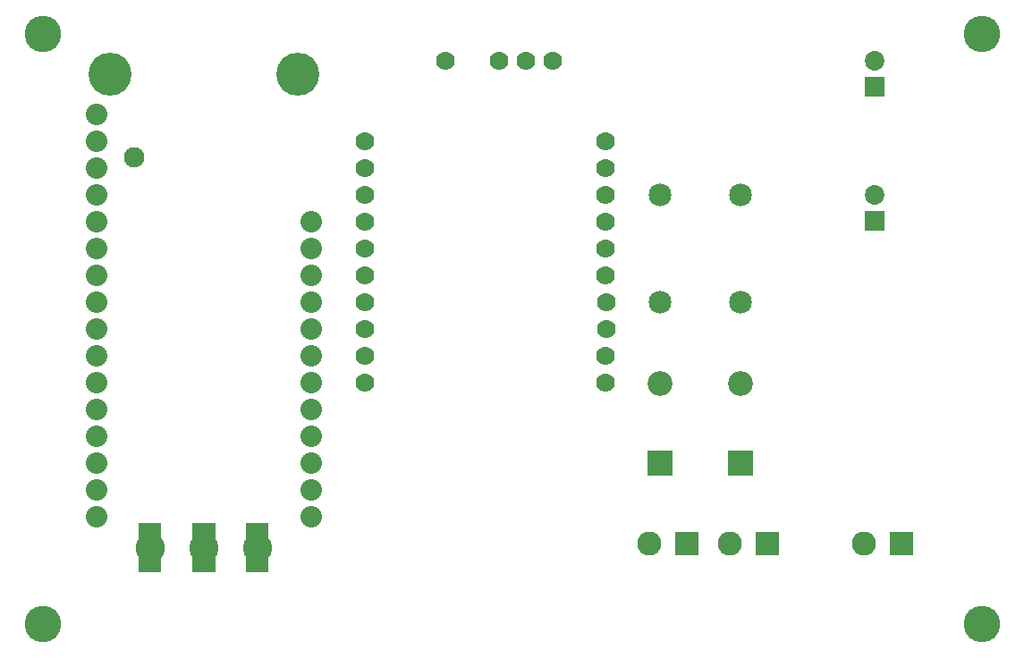
<source format=gbs>
G04 MADE WITH FRITZING*
G04 WWW.FRITZING.ORG*
G04 DOUBLE SIDED*
G04 HOLES PLATED*
G04 CONTOUR ON CENTER OF CONTOUR VECTOR*
%ASAXBY*%
%FSLAX23Y23*%
%MOIN*%
%OFA0B0*%
%SFA1.0B1.0*%
%ADD10C,0.092000*%
%ADD11C,0.072992*%
%ADD12C,0.090000*%
%ADD13C,0.070000*%
%ADD14C,0.085000*%
%ADD15C,0.080000*%
%ADD16C,0.108425*%
%ADD17C,0.160000*%
%ADD18C,0.110000*%
%ADD19C,0.076000*%
%ADD20C,0.135984*%
%ADD21R,0.092000X0.092000*%
%ADD22R,0.072992X0.072992*%
%ADD23R,0.090000X0.090000*%
%ADD24R,0.001000X0.001000*%
%LNMASK0*%
G90*
G70*
G54D10*
X2723Y701D03*
X2723Y999D03*
X2423Y701D03*
X2423Y999D03*
G54D11*
X3223Y2103D03*
X3223Y2201D03*
X3223Y1603D03*
X3223Y1701D03*
G54D12*
X3323Y401D03*
X3185Y401D03*
X2523Y401D03*
X2385Y401D03*
X2823Y401D03*
X2685Y401D03*
G54D13*
X1323Y1001D03*
X1323Y1101D03*
X1323Y1201D03*
X1323Y1301D03*
X1323Y1401D03*
X1323Y1501D03*
X1323Y1601D03*
X1323Y1701D03*
X1323Y1801D03*
X1323Y1901D03*
X2222Y1001D03*
X2222Y1101D03*
X2223Y1201D03*
X2223Y1301D03*
X2222Y1401D03*
X2222Y1501D03*
X2222Y1601D03*
X2222Y1701D03*
X2222Y1801D03*
X2222Y1901D03*
X1623Y2201D03*
X1823Y2201D03*
X1923Y2201D03*
X2023Y2201D03*
G54D14*
X2723Y1301D03*
X2723Y1701D03*
X2423Y1301D03*
X2423Y1701D03*
G54D15*
X1123Y1401D03*
G54D16*
X923Y386D03*
G54D17*
X373Y2151D03*
G54D16*
X725Y386D03*
G54D18*
X523Y386D03*
G54D19*
X463Y1841D03*
G54D15*
X1123Y1201D03*
X323Y2001D03*
X1123Y1601D03*
X323Y1901D03*
X323Y1801D03*
X323Y1701D03*
X323Y1601D03*
X323Y1501D03*
X323Y1401D03*
X1123Y1101D03*
X323Y1301D03*
X1123Y1301D03*
X323Y1201D03*
X1123Y1501D03*
X323Y1101D03*
G54D17*
X1073Y2151D03*
G54D15*
X323Y1001D03*
X323Y901D03*
X323Y801D03*
X323Y701D03*
X323Y601D03*
X323Y501D03*
X1123Y501D03*
X1123Y601D03*
X1123Y701D03*
X1123Y801D03*
X1123Y901D03*
X1123Y1001D03*
G54D20*
X3623Y2301D03*
X3623Y101D03*
X123Y2301D03*
X123Y101D03*
G54D21*
X2723Y700D03*
X2423Y700D03*
G54D22*
X3223Y2103D03*
X3223Y1603D03*
G54D23*
X3323Y401D03*
X2523Y401D03*
X2823Y401D03*
G54D24*
X480Y478D02*
X564Y478D01*
X480Y477D02*
X564Y477D01*
X682Y477D02*
X766Y477D01*
X880Y477D02*
X964Y477D01*
X480Y476D02*
X564Y476D01*
X682Y476D02*
X766Y476D01*
X880Y476D02*
X964Y476D01*
X480Y475D02*
X564Y475D01*
X682Y475D02*
X766Y475D01*
X880Y475D02*
X964Y475D01*
X480Y474D02*
X564Y474D01*
X682Y474D02*
X766Y474D01*
X880Y474D02*
X964Y474D01*
X480Y473D02*
X564Y473D01*
X682Y473D02*
X766Y473D01*
X880Y473D02*
X964Y473D01*
X480Y472D02*
X564Y472D01*
X682Y472D02*
X766Y472D01*
X880Y472D02*
X964Y472D01*
X480Y471D02*
X564Y471D01*
X682Y471D02*
X766Y471D01*
X880Y471D02*
X964Y471D01*
X480Y470D02*
X564Y470D01*
X682Y470D02*
X766Y470D01*
X880Y470D02*
X964Y470D01*
X480Y469D02*
X564Y469D01*
X682Y469D02*
X766Y469D01*
X880Y469D02*
X964Y469D01*
X480Y468D02*
X564Y468D01*
X682Y468D02*
X766Y468D01*
X880Y468D02*
X964Y468D01*
X480Y467D02*
X564Y467D01*
X682Y467D02*
X766Y467D01*
X880Y467D02*
X964Y467D01*
X480Y466D02*
X564Y466D01*
X682Y466D02*
X766Y466D01*
X880Y466D02*
X964Y466D01*
X480Y465D02*
X564Y465D01*
X682Y465D02*
X766Y465D01*
X880Y465D02*
X964Y465D01*
X480Y464D02*
X564Y464D01*
X682Y464D02*
X766Y464D01*
X880Y464D02*
X964Y464D01*
X480Y463D02*
X564Y463D01*
X682Y463D02*
X766Y463D01*
X880Y463D02*
X964Y463D01*
X480Y462D02*
X564Y462D01*
X682Y462D02*
X766Y462D01*
X880Y462D02*
X964Y462D01*
X480Y461D02*
X564Y461D01*
X682Y461D02*
X766Y461D01*
X880Y461D02*
X964Y461D01*
X480Y460D02*
X564Y460D01*
X682Y460D02*
X766Y460D01*
X880Y460D02*
X964Y460D01*
X480Y459D02*
X564Y459D01*
X682Y459D02*
X766Y459D01*
X880Y459D02*
X964Y459D01*
X480Y458D02*
X564Y458D01*
X682Y458D02*
X766Y458D01*
X880Y458D02*
X964Y458D01*
X480Y457D02*
X564Y457D01*
X682Y457D02*
X766Y457D01*
X880Y457D02*
X964Y457D01*
X480Y456D02*
X564Y456D01*
X682Y456D02*
X766Y456D01*
X880Y456D02*
X964Y456D01*
X480Y455D02*
X564Y455D01*
X682Y455D02*
X766Y455D01*
X880Y455D02*
X964Y455D01*
X480Y454D02*
X564Y454D01*
X682Y454D02*
X766Y454D01*
X880Y454D02*
X964Y454D01*
X480Y453D02*
X564Y453D01*
X682Y453D02*
X766Y453D01*
X880Y453D02*
X964Y453D01*
X480Y452D02*
X564Y452D01*
X682Y452D02*
X766Y452D01*
X880Y452D02*
X964Y452D01*
X480Y451D02*
X564Y451D01*
X682Y451D02*
X766Y451D01*
X880Y451D02*
X964Y451D01*
X480Y450D02*
X564Y450D01*
X682Y450D02*
X766Y450D01*
X880Y450D02*
X964Y450D01*
X480Y449D02*
X564Y449D01*
X682Y449D02*
X766Y449D01*
X880Y449D02*
X964Y449D01*
X480Y448D02*
X564Y448D01*
X682Y448D02*
X766Y448D01*
X880Y448D02*
X964Y448D01*
X480Y447D02*
X564Y447D01*
X682Y447D02*
X766Y447D01*
X880Y447D02*
X964Y447D01*
X480Y446D02*
X564Y446D01*
X682Y446D02*
X766Y446D01*
X880Y446D02*
X964Y446D01*
X480Y445D02*
X564Y445D01*
X682Y445D02*
X766Y445D01*
X880Y445D02*
X964Y445D01*
X480Y444D02*
X564Y444D01*
X682Y444D02*
X766Y444D01*
X880Y444D02*
X964Y444D01*
X480Y443D02*
X564Y443D01*
X682Y443D02*
X766Y443D01*
X880Y443D02*
X964Y443D01*
X480Y442D02*
X564Y442D01*
X682Y442D02*
X766Y442D01*
X880Y442D02*
X964Y442D01*
X480Y441D02*
X564Y441D01*
X682Y441D02*
X766Y441D01*
X880Y441D02*
X964Y441D01*
X480Y440D02*
X564Y440D01*
X682Y440D02*
X766Y440D01*
X880Y440D02*
X964Y440D01*
X480Y439D02*
X564Y439D01*
X682Y439D02*
X766Y439D01*
X880Y439D02*
X964Y439D01*
X480Y438D02*
X564Y438D01*
X682Y438D02*
X766Y438D01*
X880Y438D02*
X964Y438D01*
X480Y437D02*
X564Y437D01*
X682Y437D02*
X766Y437D01*
X880Y437D02*
X964Y437D01*
X480Y436D02*
X564Y436D01*
X682Y436D02*
X766Y436D01*
X880Y436D02*
X964Y436D01*
X480Y435D02*
X564Y435D01*
X682Y435D02*
X766Y435D01*
X880Y435D02*
X964Y435D01*
X480Y434D02*
X564Y434D01*
X682Y434D02*
X766Y434D01*
X880Y434D02*
X964Y434D01*
X480Y433D02*
X564Y433D01*
X682Y433D02*
X766Y433D01*
X880Y433D02*
X964Y433D01*
X480Y432D02*
X564Y432D01*
X682Y432D02*
X766Y432D01*
X880Y432D02*
X964Y432D01*
X480Y431D02*
X564Y431D01*
X682Y431D02*
X766Y431D01*
X880Y431D02*
X964Y431D01*
X480Y430D02*
X564Y430D01*
X682Y430D02*
X766Y430D01*
X880Y430D02*
X964Y430D01*
X480Y429D02*
X564Y429D01*
X682Y429D02*
X766Y429D01*
X880Y429D02*
X964Y429D01*
X480Y428D02*
X564Y428D01*
X682Y428D02*
X766Y428D01*
X880Y428D02*
X964Y428D01*
X480Y427D02*
X564Y427D01*
X682Y427D02*
X766Y427D01*
X880Y427D02*
X964Y427D01*
X480Y426D02*
X564Y426D01*
X682Y426D02*
X766Y426D01*
X880Y426D02*
X964Y426D01*
X480Y425D02*
X564Y425D01*
X682Y425D02*
X766Y425D01*
X880Y425D02*
X964Y425D01*
X480Y424D02*
X564Y424D01*
X682Y424D02*
X766Y424D01*
X880Y424D02*
X964Y424D01*
X480Y423D02*
X564Y423D01*
X682Y423D02*
X766Y423D01*
X880Y423D02*
X964Y423D01*
X480Y422D02*
X564Y422D01*
X682Y422D02*
X766Y422D01*
X880Y422D02*
X964Y422D01*
X480Y421D02*
X564Y421D01*
X682Y421D02*
X766Y421D01*
X880Y421D02*
X964Y421D01*
X480Y420D02*
X564Y420D01*
X682Y420D02*
X766Y420D01*
X880Y420D02*
X964Y420D01*
X480Y419D02*
X517Y419D01*
X527Y419D02*
X564Y419D01*
X682Y419D02*
X766Y419D01*
X880Y419D02*
X964Y419D01*
X480Y418D02*
X512Y418D01*
X532Y418D02*
X564Y418D01*
X682Y418D02*
X716Y418D01*
X732Y418D02*
X766Y418D01*
X880Y418D02*
X914Y418D01*
X930Y418D02*
X964Y418D01*
X480Y417D02*
X509Y417D01*
X535Y417D02*
X564Y417D01*
X682Y417D02*
X712Y417D01*
X736Y417D02*
X766Y417D01*
X880Y417D02*
X910Y417D01*
X934Y417D02*
X964Y417D01*
X480Y416D02*
X507Y416D01*
X537Y416D02*
X564Y416D01*
X682Y416D02*
X710Y416D01*
X738Y416D02*
X766Y416D01*
X880Y416D02*
X908Y416D01*
X936Y416D02*
X964Y416D01*
X480Y415D02*
X505Y415D01*
X539Y415D02*
X564Y415D01*
X682Y415D02*
X708Y415D01*
X740Y415D02*
X766Y415D01*
X880Y415D02*
X906Y415D01*
X938Y415D02*
X964Y415D01*
X480Y414D02*
X504Y414D01*
X541Y414D02*
X564Y414D01*
X682Y414D02*
X706Y414D01*
X742Y414D02*
X766Y414D01*
X880Y414D02*
X904Y414D01*
X940Y414D02*
X964Y414D01*
X480Y413D02*
X502Y413D01*
X542Y413D02*
X564Y413D01*
X682Y413D02*
X705Y413D01*
X743Y413D02*
X766Y413D01*
X880Y413D02*
X903Y413D01*
X941Y413D02*
X964Y413D01*
X480Y412D02*
X501Y412D01*
X543Y412D02*
X564Y412D01*
X682Y412D02*
X703Y412D01*
X745Y412D02*
X766Y412D01*
X880Y412D02*
X901Y412D01*
X943Y412D02*
X964Y412D01*
X480Y411D02*
X500Y411D01*
X544Y411D02*
X564Y411D01*
X682Y411D02*
X702Y411D01*
X746Y411D02*
X766Y411D01*
X880Y411D02*
X900Y411D01*
X944Y411D02*
X964Y411D01*
X480Y410D02*
X499Y410D01*
X545Y410D02*
X564Y410D01*
X682Y410D02*
X701Y410D01*
X747Y410D02*
X766Y410D01*
X880Y410D02*
X899Y410D01*
X945Y410D02*
X964Y410D01*
X480Y409D02*
X498Y409D01*
X546Y409D02*
X564Y409D01*
X682Y409D02*
X700Y409D01*
X748Y409D02*
X766Y409D01*
X880Y409D02*
X898Y409D01*
X946Y409D02*
X964Y409D01*
X480Y408D02*
X497Y408D01*
X547Y408D02*
X564Y408D01*
X682Y408D02*
X699Y408D01*
X749Y408D02*
X766Y408D01*
X880Y408D02*
X897Y408D01*
X947Y408D02*
X964Y408D01*
X480Y407D02*
X496Y407D01*
X548Y407D02*
X564Y407D01*
X682Y407D02*
X698Y407D01*
X750Y407D02*
X766Y407D01*
X880Y407D02*
X896Y407D01*
X948Y407D02*
X964Y407D01*
X480Y406D02*
X495Y406D01*
X549Y406D02*
X564Y406D01*
X682Y406D02*
X698Y406D01*
X750Y406D02*
X766Y406D01*
X880Y406D02*
X896Y406D01*
X948Y406D02*
X964Y406D01*
X480Y405D02*
X494Y405D01*
X550Y405D02*
X564Y405D01*
X682Y405D02*
X697Y405D01*
X751Y405D02*
X766Y405D01*
X880Y405D02*
X895Y405D01*
X949Y405D02*
X964Y405D01*
X480Y404D02*
X494Y404D01*
X550Y404D02*
X564Y404D01*
X682Y404D02*
X696Y404D01*
X752Y404D02*
X766Y404D01*
X880Y404D02*
X894Y404D01*
X950Y404D02*
X964Y404D01*
X480Y403D02*
X493Y403D01*
X551Y403D02*
X564Y403D01*
X682Y403D02*
X696Y403D01*
X752Y403D02*
X766Y403D01*
X880Y403D02*
X894Y403D01*
X950Y403D02*
X964Y403D01*
X480Y402D02*
X493Y402D01*
X552Y402D02*
X564Y402D01*
X682Y402D02*
X695Y402D01*
X753Y402D02*
X766Y402D01*
X880Y402D02*
X893Y402D01*
X951Y402D02*
X964Y402D01*
X480Y401D02*
X492Y401D01*
X552Y401D02*
X564Y401D01*
X682Y401D02*
X694Y401D01*
X754Y401D02*
X766Y401D01*
X880Y401D02*
X893Y401D01*
X952Y401D02*
X964Y401D01*
X480Y400D02*
X492Y400D01*
X553Y400D02*
X564Y400D01*
X682Y400D02*
X694Y400D01*
X754Y400D02*
X766Y400D01*
X880Y400D02*
X892Y400D01*
X952Y400D02*
X964Y400D01*
X480Y399D02*
X491Y399D01*
X553Y399D02*
X564Y399D01*
X682Y399D02*
X694Y399D01*
X755Y399D02*
X766Y399D01*
X880Y399D02*
X892Y399D01*
X953Y399D02*
X964Y399D01*
X480Y398D02*
X491Y398D01*
X553Y398D02*
X564Y398D01*
X682Y398D02*
X693Y398D01*
X755Y398D02*
X766Y398D01*
X880Y398D02*
X891Y398D01*
X953Y398D02*
X964Y398D01*
X480Y397D02*
X490Y397D01*
X554Y397D02*
X564Y397D01*
X682Y397D02*
X693Y397D01*
X755Y397D02*
X766Y397D01*
X880Y397D02*
X891Y397D01*
X953Y397D02*
X964Y397D01*
X480Y396D02*
X490Y396D01*
X554Y396D02*
X564Y396D01*
X682Y396D02*
X692Y396D01*
X756Y396D02*
X766Y396D01*
X880Y396D02*
X890Y396D01*
X954Y396D02*
X964Y396D01*
X480Y395D02*
X490Y395D01*
X554Y395D02*
X564Y395D01*
X682Y395D02*
X692Y395D01*
X756Y395D02*
X766Y395D01*
X880Y395D02*
X890Y395D01*
X954Y395D02*
X964Y395D01*
X480Y394D02*
X490Y394D01*
X555Y394D02*
X564Y394D01*
X682Y394D02*
X692Y394D01*
X756Y394D02*
X766Y394D01*
X880Y394D02*
X890Y394D01*
X954Y394D02*
X964Y394D01*
X480Y393D02*
X489Y393D01*
X555Y393D02*
X564Y393D01*
X682Y393D02*
X692Y393D01*
X756Y393D02*
X766Y393D01*
X880Y393D02*
X890Y393D01*
X954Y393D02*
X964Y393D01*
X480Y392D02*
X489Y392D01*
X555Y392D02*
X564Y392D01*
X682Y392D02*
X692Y392D01*
X757Y392D02*
X766Y392D01*
X880Y392D02*
X890Y392D01*
X955Y392D02*
X964Y392D01*
X480Y391D02*
X489Y391D01*
X555Y391D02*
X564Y391D01*
X682Y391D02*
X691Y391D01*
X757Y391D02*
X766Y391D01*
X880Y391D02*
X889Y391D01*
X955Y391D02*
X964Y391D01*
X480Y390D02*
X489Y390D01*
X555Y390D02*
X564Y390D01*
X682Y390D02*
X691Y390D01*
X757Y390D02*
X766Y390D01*
X880Y390D02*
X889Y390D01*
X955Y390D02*
X964Y390D01*
X480Y389D02*
X489Y389D01*
X555Y389D02*
X565Y389D01*
X682Y389D02*
X691Y389D01*
X757Y389D02*
X766Y389D01*
X880Y389D02*
X889Y389D01*
X955Y389D02*
X964Y389D01*
X480Y388D02*
X489Y388D01*
X555Y388D02*
X565Y388D01*
X682Y388D02*
X691Y388D01*
X757Y388D02*
X766Y388D01*
X880Y388D02*
X889Y388D01*
X955Y388D02*
X964Y388D01*
X480Y387D02*
X489Y387D01*
X555Y387D02*
X565Y387D01*
X682Y387D02*
X691Y387D01*
X757Y387D02*
X766Y387D01*
X880Y387D02*
X889Y387D01*
X955Y387D02*
X964Y387D01*
X480Y386D02*
X489Y386D01*
X555Y386D02*
X565Y386D01*
X682Y386D02*
X691Y386D01*
X757Y386D02*
X766Y386D01*
X880Y386D02*
X889Y386D01*
X955Y386D02*
X964Y386D01*
X480Y385D02*
X489Y385D01*
X555Y385D02*
X565Y385D01*
X682Y385D02*
X691Y385D01*
X757Y385D02*
X766Y385D01*
X880Y385D02*
X889Y385D01*
X955Y385D02*
X964Y385D01*
X480Y384D02*
X489Y384D01*
X555Y384D02*
X565Y384D01*
X682Y384D02*
X691Y384D01*
X757Y384D02*
X766Y384D01*
X880Y384D02*
X889Y384D01*
X955Y384D02*
X964Y384D01*
X480Y383D02*
X489Y383D01*
X555Y383D02*
X564Y383D01*
X682Y383D02*
X691Y383D01*
X757Y383D02*
X766Y383D01*
X880Y383D02*
X889Y383D01*
X955Y383D02*
X964Y383D01*
X480Y382D02*
X489Y382D01*
X555Y382D02*
X564Y382D01*
X682Y382D02*
X691Y382D01*
X757Y382D02*
X766Y382D01*
X880Y382D02*
X889Y382D01*
X955Y382D02*
X964Y382D01*
X480Y381D02*
X489Y381D01*
X555Y381D02*
X564Y381D01*
X682Y381D02*
X692Y381D01*
X757Y381D02*
X766Y381D01*
X880Y381D02*
X890Y381D01*
X955Y381D02*
X964Y381D01*
X480Y380D02*
X489Y380D01*
X555Y380D02*
X564Y380D01*
X682Y380D02*
X692Y380D01*
X756Y380D02*
X766Y380D01*
X880Y380D02*
X890Y380D01*
X954Y380D02*
X964Y380D01*
X480Y379D02*
X490Y379D01*
X554Y379D02*
X564Y379D01*
X682Y379D02*
X692Y379D01*
X756Y379D02*
X766Y379D01*
X880Y379D02*
X890Y379D01*
X954Y379D02*
X964Y379D01*
X480Y378D02*
X490Y378D01*
X554Y378D02*
X564Y378D01*
X682Y378D02*
X692Y378D01*
X756Y378D02*
X766Y378D01*
X880Y378D02*
X890Y378D01*
X954Y378D02*
X964Y378D01*
X480Y377D02*
X490Y377D01*
X554Y377D02*
X564Y377D01*
X682Y377D02*
X692Y377D01*
X756Y377D02*
X766Y377D01*
X880Y377D02*
X890Y377D01*
X954Y377D02*
X964Y377D01*
X480Y376D02*
X490Y376D01*
X554Y376D02*
X564Y376D01*
X682Y376D02*
X693Y376D01*
X755Y376D02*
X766Y376D01*
X880Y376D02*
X891Y376D01*
X953Y376D02*
X964Y376D01*
X480Y375D02*
X491Y375D01*
X553Y375D02*
X564Y375D01*
X682Y375D02*
X693Y375D01*
X755Y375D02*
X766Y375D01*
X880Y375D02*
X891Y375D01*
X953Y375D02*
X964Y375D01*
X480Y374D02*
X491Y374D01*
X553Y374D02*
X564Y374D01*
X682Y374D02*
X694Y374D01*
X755Y374D02*
X766Y374D01*
X880Y374D02*
X892Y374D01*
X953Y374D02*
X964Y374D01*
X480Y373D02*
X492Y373D01*
X553Y373D02*
X564Y373D01*
X682Y373D02*
X694Y373D01*
X754Y373D02*
X766Y373D01*
X880Y373D02*
X892Y373D01*
X952Y373D02*
X964Y373D01*
X480Y372D02*
X492Y372D01*
X552Y372D02*
X564Y372D01*
X682Y372D02*
X694Y372D01*
X754Y372D02*
X766Y372D01*
X880Y372D02*
X893Y372D01*
X952Y372D02*
X964Y372D01*
X480Y371D02*
X493Y371D01*
X552Y371D02*
X564Y371D01*
X682Y371D02*
X695Y371D01*
X753Y371D02*
X766Y371D01*
X880Y371D02*
X893Y371D01*
X951Y371D02*
X964Y371D01*
X480Y370D02*
X493Y370D01*
X551Y370D02*
X564Y370D01*
X682Y370D02*
X696Y370D01*
X752Y370D02*
X766Y370D01*
X880Y370D02*
X894Y370D01*
X950Y370D02*
X964Y370D01*
X480Y369D02*
X494Y369D01*
X550Y369D02*
X564Y369D01*
X682Y369D02*
X696Y369D01*
X752Y369D02*
X766Y369D01*
X880Y369D02*
X894Y369D01*
X950Y369D02*
X964Y369D01*
X480Y368D02*
X494Y368D01*
X550Y368D02*
X564Y368D01*
X682Y368D02*
X697Y368D01*
X751Y368D02*
X766Y368D01*
X880Y368D02*
X895Y368D01*
X949Y368D02*
X964Y368D01*
X480Y367D02*
X495Y367D01*
X549Y367D02*
X564Y367D01*
X682Y367D02*
X698Y367D01*
X750Y367D02*
X766Y367D01*
X880Y367D02*
X896Y367D01*
X948Y367D02*
X964Y367D01*
X480Y366D02*
X496Y366D01*
X548Y366D02*
X564Y366D01*
X682Y366D02*
X698Y366D01*
X750Y366D02*
X766Y366D01*
X880Y366D02*
X896Y366D01*
X948Y366D02*
X964Y366D01*
X480Y365D02*
X497Y365D01*
X547Y365D02*
X564Y365D01*
X682Y365D02*
X699Y365D01*
X749Y365D02*
X766Y365D01*
X880Y365D02*
X897Y365D01*
X947Y365D02*
X964Y365D01*
X480Y364D02*
X498Y364D01*
X546Y364D02*
X564Y364D01*
X682Y364D02*
X700Y364D01*
X748Y364D02*
X766Y364D01*
X880Y364D02*
X898Y364D01*
X946Y364D02*
X964Y364D01*
X480Y363D02*
X499Y363D01*
X545Y363D02*
X564Y363D01*
X682Y363D02*
X701Y363D01*
X747Y363D02*
X766Y363D01*
X880Y363D02*
X899Y363D01*
X945Y363D02*
X964Y363D01*
X480Y362D02*
X500Y362D01*
X544Y362D02*
X564Y362D01*
X682Y362D02*
X702Y362D01*
X746Y362D02*
X766Y362D01*
X880Y362D02*
X900Y362D01*
X944Y362D02*
X964Y362D01*
X480Y361D02*
X501Y361D01*
X543Y361D02*
X564Y361D01*
X682Y361D02*
X703Y361D01*
X745Y361D02*
X766Y361D01*
X880Y361D02*
X901Y361D01*
X943Y361D02*
X964Y361D01*
X480Y360D02*
X502Y360D01*
X542Y360D02*
X564Y360D01*
X682Y360D02*
X705Y360D01*
X743Y360D02*
X766Y360D01*
X880Y360D02*
X903Y360D01*
X941Y360D02*
X964Y360D01*
X480Y359D02*
X504Y359D01*
X540Y359D02*
X564Y359D01*
X682Y359D02*
X706Y359D01*
X742Y359D02*
X766Y359D01*
X880Y359D02*
X904Y359D01*
X940Y359D02*
X964Y359D01*
X480Y358D02*
X505Y358D01*
X539Y358D02*
X564Y358D01*
X682Y358D02*
X708Y358D01*
X740Y358D02*
X766Y358D01*
X880Y358D02*
X906Y358D01*
X938Y358D02*
X964Y358D01*
X480Y357D02*
X507Y357D01*
X537Y357D02*
X564Y357D01*
X682Y357D02*
X710Y357D01*
X738Y357D02*
X766Y357D01*
X880Y357D02*
X908Y357D01*
X936Y357D02*
X964Y357D01*
X480Y356D02*
X509Y356D01*
X535Y356D02*
X564Y356D01*
X682Y356D02*
X712Y356D01*
X736Y356D02*
X766Y356D01*
X880Y356D02*
X910Y356D01*
X934Y356D02*
X964Y356D01*
X480Y355D02*
X512Y355D01*
X532Y355D02*
X564Y355D01*
X682Y355D02*
X716Y355D01*
X732Y355D02*
X766Y355D01*
X880Y355D02*
X914Y355D01*
X930Y355D02*
X964Y355D01*
X480Y354D02*
X517Y354D01*
X527Y354D02*
X564Y354D01*
X682Y354D02*
X766Y354D01*
X880Y354D02*
X964Y354D01*
X480Y353D02*
X564Y353D01*
X682Y353D02*
X766Y353D01*
X880Y353D02*
X964Y353D01*
X480Y352D02*
X564Y352D01*
X682Y352D02*
X766Y352D01*
X880Y352D02*
X964Y352D01*
X480Y351D02*
X564Y351D01*
X682Y351D02*
X766Y351D01*
X880Y351D02*
X964Y351D01*
X480Y350D02*
X564Y350D01*
X682Y350D02*
X766Y350D01*
X880Y350D02*
X964Y350D01*
X480Y349D02*
X564Y349D01*
X682Y349D02*
X766Y349D01*
X880Y349D02*
X964Y349D01*
X480Y348D02*
X564Y348D01*
X682Y348D02*
X766Y348D01*
X880Y348D02*
X964Y348D01*
X480Y347D02*
X564Y347D01*
X682Y347D02*
X766Y347D01*
X880Y347D02*
X964Y347D01*
X480Y346D02*
X564Y346D01*
X682Y346D02*
X766Y346D01*
X880Y346D02*
X964Y346D01*
X480Y345D02*
X564Y345D01*
X682Y345D02*
X766Y345D01*
X880Y345D02*
X964Y345D01*
X480Y344D02*
X564Y344D01*
X682Y344D02*
X766Y344D01*
X880Y344D02*
X964Y344D01*
X480Y343D02*
X564Y343D01*
X682Y343D02*
X766Y343D01*
X880Y343D02*
X964Y343D01*
X480Y342D02*
X564Y342D01*
X682Y342D02*
X766Y342D01*
X880Y342D02*
X964Y342D01*
X480Y341D02*
X564Y341D01*
X682Y341D02*
X766Y341D01*
X880Y341D02*
X964Y341D01*
X480Y340D02*
X564Y340D01*
X682Y340D02*
X766Y340D01*
X880Y340D02*
X964Y340D01*
X480Y339D02*
X564Y339D01*
X682Y339D02*
X766Y339D01*
X880Y339D02*
X964Y339D01*
X480Y338D02*
X564Y338D01*
X682Y338D02*
X766Y338D01*
X880Y338D02*
X964Y338D01*
X480Y337D02*
X564Y337D01*
X682Y337D02*
X766Y337D01*
X880Y337D02*
X964Y337D01*
X480Y336D02*
X564Y336D01*
X682Y336D02*
X766Y336D01*
X880Y336D02*
X964Y336D01*
X480Y335D02*
X564Y335D01*
X682Y335D02*
X766Y335D01*
X880Y335D02*
X964Y335D01*
X480Y334D02*
X564Y334D01*
X682Y334D02*
X766Y334D01*
X880Y334D02*
X964Y334D01*
X480Y333D02*
X564Y333D01*
X682Y333D02*
X766Y333D01*
X880Y333D02*
X964Y333D01*
X480Y332D02*
X564Y332D01*
X682Y332D02*
X766Y332D01*
X880Y332D02*
X964Y332D01*
X480Y331D02*
X564Y331D01*
X682Y331D02*
X766Y331D01*
X880Y331D02*
X964Y331D01*
X480Y330D02*
X564Y330D01*
X682Y330D02*
X766Y330D01*
X880Y330D02*
X964Y330D01*
X480Y329D02*
X564Y329D01*
X682Y329D02*
X766Y329D01*
X880Y329D02*
X964Y329D01*
X480Y328D02*
X564Y328D01*
X682Y328D02*
X766Y328D01*
X880Y328D02*
X964Y328D01*
X480Y327D02*
X564Y327D01*
X682Y327D02*
X766Y327D01*
X880Y327D02*
X964Y327D01*
X480Y326D02*
X564Y326D01*
X682Y326D02*
X766Y326D01*
X880Y326D02*
X964Y326D01*
X480Y325D02*
X564Y325D01*
X682Y325D02*
X766Y325D01*
X880Y325D02*
X964Y325D01*
X480Y324D02*
X564Y324D01*
X682Y324D02*
X766Y324D01*
X880Y324D02*
X964Y324D01*
X480Y323D02*
X564Y323D01*
X682Y323D02*
X766Y323D01*
X880Y323D02*
X964Y323D01*
X480Y322D02*
X564Y322D01*
X682Y322D02*
X766Y322D01*
X880Y322D02*
X964Y322D01*
X480Y321D02*
X564Y321D01*
X682Y321D02*
X766Y321D01*
X880Y321D02*
X964Y321D01*
X480Y320D02*
X564Y320D01*
X682Y320D02*
X766Y320D01*
X880Y320D02*
X964Y320D01*
X480Y319D02*
X564Y319D01*
X682Y319D02*
X766Y319D01*
X880Y319D02*
X964Y319D01*
X480Y318D02*
X564Y318D01*
X682Y318D02*
X766Y318D01*
X880Y318D02*
X964Y318D01*
X480Y317D02*
X564Y317D01*
X682Y317D02*
X766Y317D01*
X880Y317D02*
X964Y317D01*
X480Y316D02*
X564Y316D01*
X682Y316D02*
X766Y316D01*
X880Y316D02*
X964Y316D01*
X480Y315D02*
X564Y315D01*
X682Y315D02*
X766Y315D01*
X880Y315D02*
X964Y315D01*
X480Y314D02*
X564Y314D01*
X682Y314D02*
X766Y314D01*
X880Y314D02*
X964Y314D01*
X480Y313D02*
X564Y313D01*
X682Y313D02*
X766Y313D01*
X880Y313D02*
X964Y313D01*
X480Y312D02*
X564Y312D01*
X682Y312D02*
X766Y312D01*
X880Y312D02*
X964Y312D01*
X480Y311D02*
X564Y311D01*
X682Y311D02*
X766Y311D01*
X880Y311D02*
X964Y311D01*
X480Y310D02*
X564Y310D01*
X682Y310D02*
X766Y310D01*
X880Y310D02*
X964Y310D01*
X480Y309D02*
X564Y309D01*
X682Y309D02*
X766Y309D01*
X880Y309D02*
X964Y309D01*
X480Y308D02*
X564Y308D01*
X682Y308D02*
X766Y308D01*
X880Y308D02*
X964Y308D01*
X480Y307D02*
X564Y307D01*
X682Y307D02*
X766Y307D01*
X880Y307D02*
X964Y307D01*
X480Y306D02*
X564Y306D01*
X682Y306D02*
X766Y306D01*
X880Y306D02*
X964Y306D01*
X480Y305D02*
X564Y305D01*
X682Y305D02*
X766Y305D01*
X880Y305D02*
X964Y305D01*
X480Y304D02*
X564Y304D01*
X682Y304D02*
X766Y304D01*
X880Y304D02*
X964Y304D01*
X480Y303D02*
X564Y303D01*
X682Y303D02*
X766Y303D01*
X880Y303D02*
X964Y303D01*
X480Y302D02*
X564Y302D01*
X682Y302D02*
X766Y302D01*
X880Y302D02*
X964Y302D01*
X480Y301D02*
X564Y301D01*
X682Y301D02*
X766Y301D01*
X880Y301D02*
X964Y301D01*
X480Y300D02*
X564Y300D01*
X682Y300D02*
X766Y300D01*
X880Y300D02*
X964Y300D01*
X480Y299D02*
X564Y299D01*
X682Y299D02*
X766Y299D01*
X880Y299D02*
X964Y299D01*
X480Y298D02*
X564Y298D01*
X682Y298D02*
X766Y298D01*
X880Y298D02*
X964Y298D01*
X480Y297D02*
X564Y297D01*
X682Y297D02*
X766Y297D01*
X880Y297D02*
X964Y297D01*
X480Y296D02*
X564Y296D01*
X682Y296D02*
X766Y296D01*
X880Y296D02*
X964Y296D01*
X480Y295D02*
X564Y295D01*
D02*
G04 End of Mask0*
M02*
</source>
